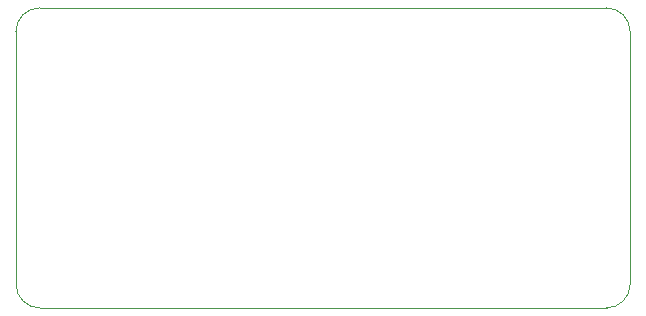
<source format=gm1>
%TF.GenerationSoftware,KiCad,Pcbnew,8.0.6*%
%TF.CreationDate,2024-11-25T15:40:36+08:00*%
%TF.ProjectId,UINIO-Logic-24MHz,55494e49-4f2d-44c6-9f67-69632d32344d,Version 5.0.0*%
%TF.SameCoordinates,PX78f6cc0PY58928f8*%
%TF.FileFunction,Profile,NP*%
%FSLAX46Y46*%
G04 Gerber Fmt 4.6, Leading zero omitted, Abs format (unit mm)*
G04 Created by KiCad (PCBNEW 8.0.6) date 2024-11-25 15:40:36*
%MOMM*%
%LPD*%
G01*
G04 APERTURE LIST*
%TA.AperFunction,Profile*%
%ADD10C,0.100000*%
%TD*%
G04 APERTURE END LIST*
D10*
X47000000Y-25400000D02*
X-1000000Y-25400000D01*
X-3000000Y-2000000D02*
G75*
G02*
X-1000000Y0I2000000J0D01*
G01*
X-3000000Y-23400000D02*
X-3000000Y-2000000D01*
X-1000000Y-25400000D02*
G75*
G02*
X-3000000Y-23400000I0J2000000D01*
G01*
X49000000Y-23400000D02*
G75*
G02*
X47000000Y-25400000I-2000000J0D01*
G01*
X-1000000Y0D02*
X47000000Y0D01*
X47000000Y0D02*
G75*
G02*
X49000000Y-2000000I0J-2000000D01*
G01*
X49000000Y-2000000D02*
X49000000Y-23400000D01*
M02*

</source>
